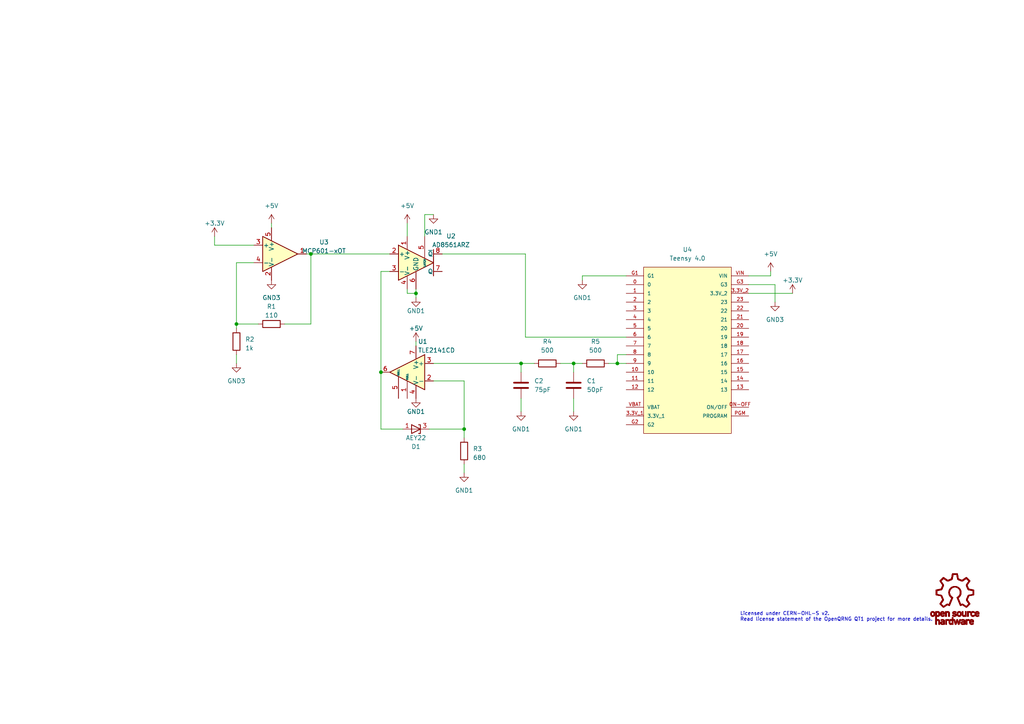
<source format=kicad_sch>
(kicad_sch (version 20230121) (generator eeschema)
  (paper "A4")
  (title_block (title "QT1") (date "2023-02-28") (rev "1.0") (company "OpenQRNG"))
  (lib_symbols
    (symbol "Amplifier_Operational:LM741" (pin_names (offset 0.127))
      (property "Reference" "U" (at 0 6.35 0))
      (property "Value" "LM741" (at 0 3.81 0))
      (symbol "LM741_1_1"
        (pin input line (at 0 -7.62 90) (length 5.08) (name "NULL") (number "1"))
        (pin input line (at -7.62 -2.54 0) (length 2.54) (name "-") (number "2"))
        (pin input line (at -7.62 2.54 0) (length 2.54) (name "+") (number "3"))
        (pin power_in line (at -2.54 -7.62 90) (length 3.81) (name "V-") (number "4"))
        (pin input line (at 2.54 -7.62 90) (length 6.35) (name "NULL") (number "5"))
        (pin output line (at 7.62 0 180) (length 2.54) (name "~") (number "6"))
        (pin power_in line (at -2.54 7.62 270) (length 3.81) (name "V+") (number "7"))
        (pin no_connect line (at 0 2.54 270) (length 2.54) hide (name "NC") (number "8"))
      )
    )
    (symbol "Amplifier_Operational:MCP601-xOT" (pin_names (offset 0.127))
      (property "Reference" "U" (at -1.27 6.35 0))
      (property "Value" "MCP601-xOT" (at -1.27 3.81 0))
      (symbol "MCP601-xOT_0_1"
        (pin power_in line (at -2.54 -7.62 90) (length 3.81) (name "V-") (number "2"))
        (pin power_in line (at -2.54 7.62 270) (length 3.81) (name "V+") (number "5"))
      )
      (symbol "MCP601-xOT_1_1"
        (pin output line (at 7.62 0 180) (length 2.54) (name "~") (number "1"))
        (pin input line (at -7.62 2.54 0) (length 2.54) (name "+") (number "3"))
        (pin input line (at -7.62 -2.54 0) (length 2.54) (name "-") (number "4"))
      )
    )
    (symbol "Comparator:AD8561" (pin_names (offset 0.127))
      (property "Reference" "U" (at 3.81 6.35 0))
      (property "Value" "AD8561" (at 3.81 -5.08 0))
      (symbol "AD8561_1_1"
        (pin power_in line (at -2.54 7.62 270) (length 3.81) (name "V+") (number "1"))
        (pin input line (at -7.62 2.54 0) (length 2.54) (name "+") (number "2"))
        (pin input line (at -7.62 -2.54 0) (length 2.54) (name "-") (number "3"))
        (pin power_in line (at -2.54 -7.62 90) (length 3.81) (name "V-") (number "4"))
        (pin input line (at 2.54 7.62 270) (length 6.35) (name "LATCH") (number "5"))
        (pin power_in line (at 0 -7.62 90) (length 5.08) (name "GND") (number "6"))
        (pin output line (at 7.62 -2.54 180) (length 2.54) (name "Q") (number "7"))
        (pin output line (at 7.62 2.54 180) (length 2.54) (name "~{Q}") (number "8"))
      )
    )
    (symbol "DEV-15583:DEV-15583" (pin_names (offset 1.016))
      (property "Reference" "U" (at -12.7 23.622 0))
      (property "Value" "DEV-15583" (at -12.7 -27.94 0))
      (symbol "DEV-15583_0_0"
        (pin bidirectional line (at -17.78 17.78 0) (length 5.08) (name "0") (number "0"))
        (pin bidirectional line (at -17.78 15.24 0) (length 5.08) (name "1") (number "1"))
        (pin bidirectional line (at -17.78 -7.62 0) (length 5.08) (name "10") (number "10"))
        (pin bidirectional line (at -17.78 -10.16 0) (length 5.08) (name "11") (number "11"))
        (pin bidirectional line (at -17.78 -12.7 0) (length 5.08) (name "12") (number "12"))
        (pin bidirectional line (at 17.78 -12.7 180) (length 5.08) (name "13") (number "13"))
        (pin bidirectional line (at 17.78 -10.16 180) (length 5.08) (name "14") (number "14"))
        (pin bidirectional line (at 17.78 -7.62 180) (length 5.08) (name "15") (number "15"))
        (pin bidirectional line (at 17.78 -5.08 180) (length 5.08) (name "16") (number "16"))
        (pin bidirectional line (at 17.78 -2.54 180) (length 5.08) (name "17") (number "17"))
        (pin bidirectional line (at 17.78 0 180) (length 5.08) (name "18") (number "18"))
        (pin bidirectional line (at 17.78 2.54 180) (length 5.08) (name "19") (number "19"))
        (pin bidirectional line (at -17.78 12.7 0) (length 5.08) (name "2") (number "2"))
        (pin bidirectional line (at 17.78 5.08 180) (length 5.08) (name "20") (number "20"))
        (pin bidirectional line (at 17.78 7.62 180) (length 5.08) (name "21") (number "21"))
        (pin bidirectional line (at 17.78 10.16 180) (length 5.08) (name "22") (number "22"))
        (pin bidirectional line (at 17.78 12.7 180) (length 5.08) (name "23") (number "23"))
        (pin bidirectional line (at -17.78 10.16 0) (length 5.08) (name "3") (number "3"))
        (pin power_in line (at -17.78 -20.32 0) (length 5.08) (name "3.3V_1") (number "3.3V_1"))
        (pin power_in line (at 17.78 15.24 180) (length 5.08) (name "3.3V_2") (number "3.3V_2"))
        (pin bidirectional line (at -17.78 7.62 0) (length 5.08) (name "4") (number "4"))
        (pin bidirectional line (at -17.78 5.08 0) (length 5.08) (name "5") (number "5"))
        (pin bidirectional line (at -17.78 2.54 0) (length 5.08) (name "6") (number "6"))
        (pin bidirectional line (at -17.78 0 0) (length 5.08) (name "7") (number "7"))
        (pin bidirectional line (at -17.78 -2.54 0) (length 5.08) (name "8") (number "8"))
        (pin bidirectional line (at -17.78 -5.08 0) (length 5.08) (name "9") (number "9"))
        (pin power_in line (at -17.78 20.32 0) (length 5.08) (name "G1") (number "G1"))
        (pin power_in line (at -17.78 -22.86 0) (length 5.08) (name "G2") (number "G2"))
        (pin power_in line (at 17.78 17.78 180) (length 5.08) (name "G3") (number "G3"))
        (pin bidirectional line (at 17.78 -17.78 180) (length 5.08) (name "ON/OFF") (number "ON-OFF"))
        (pin bidirectional line (at 17.78 -20.32 180) (length 5.08) (name "PROGRAM") (number "PGM"))
        (pin power_in line (at -17.78 -17.78 0) (length 5.08) (name "VBAT") (number "VBAT"))
        (pin power_in line (at 17.78 20.32 180) (length 5.08) (name "VIN") (number "VIN"))
      )
    )
    (symbol "Device:C" (pin_numbers hide) (pin_names (offset 0.254))
      (property "Reference" "C" (at 0.635 2.54 0))
      (property "Value" "C" (at 0.635 -2.54 0))
      (symbol "C_1_1"
        (pin passive line (at 0 3.81 270) (length 2.794) (name "~") (number "1"))
        (pin passive line (at 0 -3.81 90) (length 2.794) (name "~") (number "2"))
      )
    )
    (symbol "Device:D_Tunnel" (pin_names (offset 1.016) hide)
      (property "Reference" "D1" (at 0 5.08 0))
      (property "Value" "AEY22" (at 0 2.54 0))
      (symbol "D_Tunnel_1_1"
        (pin passive line (at 3.81 0 180) (length 2.54) (name "A") (number "1"))
        (pin passive line (at -3.81 0 0) (length 2.54) (name "K") (number "3"))
      )
    )
    (symbol "Device:R" (pin_numbers hide) (pin_names (offset 0))
      (property "Reference" "R" (at 2.032 0 90))
      (property "Value" "R" (at 0 0 90))
      (symbol "R_1_1"
        (pin passive line (at 0 3.81 270) (length 1.27) (name "~") (number "1"))
        (pin passive line (at 0 -3.81 90) (length 1.27) (name "~") (number "2"))
      )
    )
    (symbol "mmM:OSHW-LOGO" (pin_numbers hide) (pin_names (offset 1.016) hide))
    (symbol "power:+3.3V" (power) (pin_names (offset 0))
      (property "Value" "+3.3V" (at 0 3.556 0))
      (symbol "+3.3V_1_1"
        (pin power_in line (at 0 0 90) (length 0) hide (name "+3.3V") (number "1"))
      )
    )
    (symbol "power:+5V" (power) (pin_names (offset 0))
      (property "Value" "+5V" (at 0 3.556 0))
      (symbol "+5V_1_1"
        (pin power_in line (at 0 0 90) (length 0) hide (name "+5V") (number "1"))
      )
    )
    (symbol "power:GND1" (power) (pin_names (offset 0))
      (property "Value" "GND1" (at 0 -3.81 0))
      (symbol "GND1_1_1"
        (pin power_in line (at 0 0 270) (length 0) hide (name "GND1") (number "1"))
      )
    )
    (symbol "power:GND3" (power) (pin_names (offset 0))
      (property "Value" "GND3" (at 0 -3.81 0))
      (symbol "GND3_1_1"
        (pin power_in line (at 0 0 270) (length 0) hide (name "GND3") (number "1"))
      )
    )
  )
  (junction (at 120.65 85.09))
  (junction (at 134.62 124.46))
  (junction (at 179.07 105.41))
  (junction (at 166.37 105.41))
  (junction (at 90.17 73.66))
  (junction (at 151.13 105.41))
  (junction (at 110.49 107.95))
  (junction (at 68.58 93.98))
  (wire (pts (xy 125.73 105.41) (xy 151.13 105.41)))
  (wire (pts (xy 181.61 97.79) (xy 152.4 97.79)))
  (wire (pts (xy 113.03 78.74) (xy 110.49 78.74)))
  (wire (pts (xy 90.17 93.98) (xy 90.17 73.66)))
  (wire (pts (xy 68.58 93.98) (xy 68.58 95.25)))
  (wire (pts (xy 166.37 105.41) (xy 166.37 107.95)))
  (wire (pts (xy 120.65 83.82) (xy 120.65 85.09)))
  (wire (pts (xy 134.62 134.62) (xy 134.62 137.16)))
  (wire (pts (xy 179.07 105.41) (xy 181.61 105.41)))
  (wire (pts (xy 134.62 110.49) (xy 134.62 124.46)))
  (wire (pts (xy 120.65 99.06) (xy 120.65 100.33)))
  (wire (pts (xy 110.49 78.74) (xy 110.49 107.95)))
  (wire (pts (xy 166.37 105.41) (xy 168.91 105.41)))
  (wire (pts (xy 166.37 115.57) (xy 166.37 119.38)))
  (wire (pts (xy 62.23 71.12) (xy 62.23 68.58)))
  (wire (pts (xy 68.58 76.2) (xy 68.58 93.98)))
  (wire (pts (xy 151.13 105.41) (xy 154.94 105.41)))
  (wire (pts (xy 90.17 73.66) (xy 113.03 73.66)))
  (wire (pts (xy 151.13 105.41) (xy 151.13 107.95)))
  (wire (pts (xy 151.13 115.57) (xy 151.13 119.38)))
  (wire (pts (xy 123.19 62.23) (xy 125.73 62.23)))
  (wire (pts (xy 217.17 80.01) (xy 223.52 80.01)))
  (wire (pts (xy 120.65 85.09) (xy 120.65 86.36)))
  (wire (pts (xy 110.49 124.46) (xy 116.84 124.46)))
  (wire (pts (xy 118.11 64.77) (xy 118.11 68.58)))
  (wire (pts (xy 73.66 76.2) (xy 68.58 76.2)))
  (wire (pts (xy 78.74 64.77) (xy 78.74 66.04)))
  (wire (pts (xy 82.55 93.98) (xy 90.17 93.98)))
  (wire (pts (xy 123.19 68.58) (xy 123.19 62.23)))
  (wire (pts (xy 68.58 102.87) (xy 68.58 105.41)))
  (wire (pts (xy 73.66 71.12) (xy 62.23 71.12)))
  (wire (pts (xy 152.4 97.79) (xy 152.4 73.66)))
  (wire (pts (xy 110.49 107.95) (xy 110.49 124.46)))
  (wire (pts (xy 223.52 80.01) (xy 223.52 78.74)))
  (wire (pts (xy 88.9 73.66) (xy 90.17 73.66)))
  (wire (pts (xy 179.07 102.87) (xy 179.07 105.41)))
  (wire (pts (xy 176.53 105.41) (xy 179.07 105.41)))
  (wire (pts (xy 152.4 73.66) (xy 128.27 73.66)))
  (wire (pts (xy 217.17 85.09) (xy 229.87 85.09)))
  (wire (pts (xy 125.73 110.49) (xy 134.62 110.49)))
  (wire (pts (xy 162.56 105.41) (xy 166.37 105.41)))
  (wire (pts (xy 181.61 80.01) (xy 168.91 80.01)))
  (wire (pts (xy 168.91 80.01) (xy 168.91 81.28)))
  (wire (pts (xy 118.11 83.82) (xy 118.11 85.09)))
  (wire (pts (xy 181.61 102.87) (xy 179.07 102.87)))
  (wire (pts (xy 217.17 82.55) (xy 224.79 82.55)))
  (wire (pts (xy 118.11 85.09) (xy 120.65 85.09)))
  (wire (pts (xy 68.58 93.98) (xy 74.93 93.98)))
  (wire (pts (xy 134.62 124.46) (xy 134.62 127)))
  (wire (pts (xy 124.46 124.46) (xy 134.62 124.46)))
  (wire (pts (xy 224.79 82.55) (xy 224.79 87.63)))
  (text "Licensed under CERN-OHL-S v2.\nRead license statement of the OpenQRNG QT1 project for more details." (at 214.63 180.34 0) (effects (font (size 1.016 1.016)) (justify left bottom)))
  (symbol (lib_id "power:GND1") (at 166.37 119.38 0) (unit 1)
    (property "Reference" "#PWR0101" (effects hide))
    (property "Value" "GND" (at 166.37 124.46 0))
  )
  (symbol (lib_id "Amplifier_Operational:LM741") (at 118.11 107.95 0) (mirror y) (unit 1)
    (property "Reference" "U1" (at 121.2341 99.06 0) (effects (justify right)))
    (property "Value" "TLE2141CD" (at 121.2341 101.6 0) (effects (justify right)))
    (property "Footprint" "Package_SO:SOIC-8_3.9x4.9mm_P1.27mm" (effects hide))
    (property "Datasheet" "https://www.ti.com/lit/ds/symlink/tle2141.pdf" (effects hide))
  )
  (symbol (lib_id "power:GND1") (at 120.65 86.36 0) (unit 1)
    (property "Reference" "#PWR03" (effects hide))
    (property "Value" "GND" (at 120.65 90.17 0))
  )
  (symbol (lib_id "Device:R") (at 158.75 105.41 270) (unit 1)
    (property "Reference" "R4" (at 158.75 99.06 90))
    (property "Value" "500" (at 158.75 101.6 90))
    (property "Footprint" "Resistor_SMD:R_0603_1608Metric" (effects hide))
  )
  (symbol (lib_id "Device:D_Tunnel") (at 120.65 124.46 180) (unit 1)
    (property "Reference" "D1" (at 120.65 129.54 0))
    (property "Value" "AEY22" (at 120.65 127 0))
    (property "Footprint" "Package_TO_SOT_THT:TO-18-3" (effects hide))
  )
  (symbol (lib_id "power:+3.3V") (at 229.87 85.09 0) (unit 1)
    (property "Reference" "#PWR08" (effects hide))
    (property "Value" "+3.3V" (at 229.87 81.28 0))
  )
  (symbol (lib_id "power:+5V") (at 78.74 64.77 0) (unit 1)
    (property "Reference" "#PWR06" (effects hide))
    (property "Value" "+5V" (at 78.74 59.69 0))
  )
  (symbol (lib_id "Device:R") (at 172.72 105.41 270) (unit 1)
    (property "Reference" "R5" (at 172.72 99.06 90))
    (property "Value" "500" (at 172.72 101.6 90))
    (property "Footprint" "Resistor_SMD:R_0603_1608Metric" (effects hide))
  )
  (symbol (lib_id "Device:R") (at 78.74 93.98 90) (unit 1)
    (property "Reference" "R1" (at 78.74 88.9 90))
    (property "Value" "110" (at 78.74 91.44 90))
    (property "Footprint" "Resistor_SMD:R_0603_1608Metric" (effects hide))
  )
  (symbol (lib_id "power:GND3") (at 68.58 105.41 0) (unit 1)
    (property "Reference" "#PWR010" (effects hide))
    (property "Value" "GND" (at 68.58 110.49 0))
  )
  (symbol (lib_id "Device:C") (at 151.13 111.76 0) (unit 1)
    (property "Reference" "C2" (at 154.94 110.4899 0) (effects (justify left)))
    (property "Value" "75pF" (at 154.94 113.0299 0) (effects (justify left)))
    (property "Footprint" "Capacitor_SMD:C_0603_1608Metric" (effects hide))
  )
  (symbol (lib_id "mmM:OSHW-LOGO") (at 276.86 173.355 0) (unit 1)
    (property "Reference" "M1" (effects hide))
    (property "Value" "OSHW-LOGO" (effects hide))
  )
  (symbol (lib_id "Amplifier_Operational:MCP601-xOT") (at 81.28 73.66 0) (unit 1)
    (property "Reference" "U3" (at 93.98 70.2311 0))
    (property "Value" "MCP601-xOT" (at 93.98 72.7711 0))
    (property "Footprint" "Package_TO_SOT_SMD:SOT-23-5" (effects hide))
    (property "Datasheet" "http://ww1.microchip.com/downloads/en/DeviceDoc/21314g.pdf" (effects hide))
  )
  (symbol (lib_id "power:GND1") (at 151.13 119.38 0) (unit 1)
    (property "Reference" "#PWR0104" (effects hide))
    (property "Value" "GND" (at 151.13 124.46 0))
  )
  (symbol (lib_id "power:GND3") (at 224.79 87.63 0) (unit 1)
    (property "Reference" "#PWR011" (effects hide))
    (property "Value" "GND" (at 224.79 92.71 0))
  )
  (symbol (lib_id "DEV-15583:DEV-15583") (at 199.39 100.33 0) (unit 1)
    (property "Reference" "U4" (at 199.39 72.39 0))
    (property "Value" "Teensy 4.0" (at 199.39 74.93 0))
    (property "Footprint" "DEV-15583:MODULE_DEV-15583" (effects hide))
    (property "MANUFACTURER" "Sparkfun" (effects hide))
    (property "MAXIMUM_PACKAGE_HEIGHT" "5.87mm" (effects hide))
    (property "STANDARD" "Manufacturer Recommendations" (effects hide))
  )
  (symbol (lib_id "power:GND1") (at 125.73 62.23 0) (unit 1)
    (property "Reference" "#PWR05" (effects hide))
    (property "Value" "GND" (at 125.73 67.31 0))
  )
  (symbol (lib_id "Device:R") (at 68.58 99.06 0) (unit 1)
    (property "Reference" "R2" (at 71.12 98.425 0) (effects (justify left)))
    (property "Value" "1k" (at 71.12 100.965 0) (effects (justify left)))
    (property "Footprint" "Resistor_SMD:R_0603_1608Metric" (effects hide))
  )
  (symbol (lib_id "power:+5V") (at 223.52 78.74 0) (unit 1)
    (property "Reference" "#PWR0103" (effects hide))
    (property "Value" "+5V" (at 223.52 73.66 0))
  )
  (symbol (lib_id "power:GND3") (at 78.74 81.28 0) (unit 1)
    (property "Reference" "#PWR07" (effects hide))
    (property "Value" "GND" (at 78.74 86.36 0))
  )
  (symbol (lib_id "power:+5V") (at 120.65 99.06 0) (unit 1)
    (property "Reference" "#PWR012" (effects hide))
    (property "Value" "+5V" (at 120.65 95.25 0))
  )
  (symbol (lib_id "Device:R") (at 134.62 130.81 0) (unit 1)
    (property "Reference" "R3" (at 137.16 130.175 0) (effects (justify left)))
    (property "Value" "680" (at 137.16 132.715 0) (effects (justify left)))
    (property "Footprint" "Resistor_SMD:R_0603_1608Metric" (effects hide))
  )
  (symbol (lib_id "Device:C") (at 166.37 111.76 0) (unit 1)
    (property "Reference" "C1" (at 170.18 110.4899 0) (effects (justify left)))
    (property "Value" "50pF" (at 170.18 113.0299 0) (effects (justify left)))
    (property "Footprint" "Capacitor_SMD:C_0603_1608Metric" (effects hide))
  )
  (symbol (lib_id "power:GND1") (at 120.65 115.57 0) (unit 1)
    (property "Reference" "#PWR02" (effects hide))
    (property "Value" "GND" (at 120.65 119.38 0))
  )
  (symbol (lib_id "power:+5V") (at 118.11 64.77 0) (unit 1)
    (property "Reference" "#PWR04" (effects hide))
    (property "Value" "+5V" (at 118.11 59.69 0))
  )
  (symbol (lib_id "power:+3.3V") (at 62.23 68.58 0) (unit 1)
    (property "Reference" "#PWR09" (effects hide))
    (property "Value" "+3.3V" (at 62.23 64.77 0))
  )
  (symbol (lib_id "power:GND1") (at 168.91 81.28 0) (unit 1)
    (property "Reference" "#PWR0102" (effects hide))
    (property "Value" "GND" (at 168.91 86.36 0))
  )
  (symbol (lib_id "power:GND1") (at 134.62 137.16 0) (unit 1)
    (property "Reference" "#PWR01" (effects hide))
    (property "Value" "GND" (at 134.62 142.24 0))
  )
  (symbol (lib_id "Comparator:AD8561") (at 120.65 76.2 0) (unit 1)
    (property "Reference" "U2" (at 130.81 68.4783 0))
    (property "Value" "AD8561ARZ" (at 130.81 71.0183 0))
    (property "Footprint" "Package_SO:SOIC-8_3.9x4.9mm_P1.27mm" (effects hide))
    (property "Datasheet" "https://www.analog.com/media/en/technical-documentation/data-sheets/ad8561.pdf" (effects hide))
  )
)
</source>
